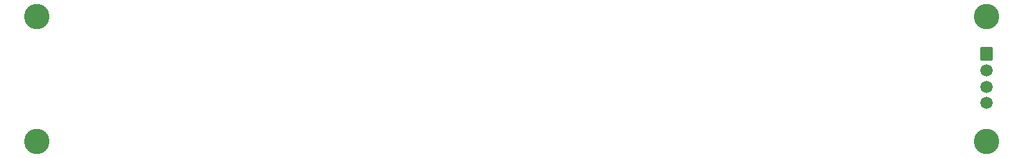
<source format=gbs>
G04 Layer: BottomSolderMaskLayer*
G04 EasyEDA v6.5.34, 2023-08-10 19:26:28*
G04 b0001c0d98ad43d6911fc97ed176d0b1,5a6b42c53f6a479593ecc07194224c93,10*
G04 Gerber Generator version 0.2*
G04 Scale: 100 percent, Rotated: No, Reflected: No *
G04 Dimensions in millimeters *
G04 leading zeros omitted , absolute positions ,4 integer and 5 decimal *
%FSLAX45Y45*%
%MOMM*%

%AMMACRO1*1,1,$1,$2,$3*1,1,$1,$4,$5*1,1,$1,0-$2,0-$3*1,1,$1,0-$4,0-$5*20,1,$1,$2,$3,$4,$5,0*20,1,$1,$4,$5,0-$2,0-$3,0*20,1,$1,0-$2,0-$3,0-$4,0-$5,0*20,1,$1,0-$4,0-$5,$2,$3,0*4,1,4,$2,$3,$4,$5,0-$2,0-$3,0-$4,0-$5,$2,$3,0*%
%ADD10C,1.5016*%
%ADD11MACRO1,0.1016X-0.7X0.762X-0.7X-0.762*%
%ADD12C,3.1016*%

%LPD*%
D10*
G01*
X14376400Y5910300D03*
G01*
X14376400Y6110300D03*
G01*
X14376400Y6310299D03*
D11*
G01*
X14376400Y6510299D03*
D12*
G01*
X14376400Y6972300D03*
G01*
X14376400Y5435574D03*
G01*
X2794000Y6972300D03*
G01*
X2794000Y5435600D03*
M02*

</source>
